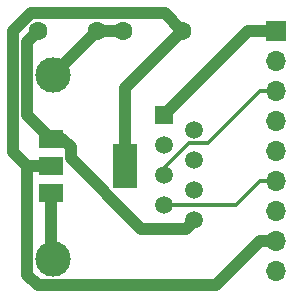
<source format=gbl>
G04 #@! TF.GenerationSoftware,KiCad,Pcbnew,7.0.1*
G04 #@! TF.CreationDate,2023-07-05T13:49:47-05:00*
G04 #@! TF.ProjectId,pn5180 cat5 connector with linear regulator,706e3531-3830-4206-9361-743520636f6e,rev?*
G04 #@! TF.SameCoordinates,Original*
G04 #@! TF.FileFunction,Copper,L2,Bot*
G04 #@! TF.FilePolarity,Positive*
%FSLAX46Y46*%
G04 Gerber Fmt 4.6, Leading zero omitted, Abs format (unit mm)*
G04 Created by KiCad (PCBNEW 7.0.1) date 2023-07-05 13:49:47*
%MOMM*%
%LPD*%
G01*
G04 APERTURE LIST*
G04 #@! TA.AperFunction,ComponentPad*
%ADD10C,1.600000*%
G04 #@! TD*
G04 #@! TA.AperFunction,ComponentPad*
%ADD11R,1.500000X1.500000*%
G04 #@! TD*
G04 #@! TA.AperFunction,ComponentPad*
%ADD12C,1.500000*%
G04 #@! TD*
G04 #@! TA.AperFunction,ComponentPad*
%ADD13C,3.000000*%
G04 #@! TD*
G04 #@! TA.AperFunction,ComponentPad*
%ADD14R,1.700000X1.700000*%
G04 #@! TD*
G04 #@! TA.AperFunction,ComponentPad*
%ADD15O,1.700000X1.700000*%
G04 #@! TD*
G04 #@! TA.AperFunction,SMDPad,CuDef*
%ADD16R,2.000000X1.500000*%
G04 #@! TD*
G04 #@! TA.AperFunction,SMDPad,CuDef*
%ADD17R,2.000000X3.800000*%
G04 #@! TD*
G04 #@! TA.AperFunction,Conductor*
%ADD18C,1.000000*%
G04 #@! TD*
G04 #@! TA.AperFunction,Conductor*
%ADD19C,0.375000*%
G04 #@! TD*
G04 APERTURE END LIST*
D10*
X135255000Y-78867000D03*
X140255000Y-78867000D03*
X147454000Y-78867000D03*
X142454000Y-78867000D03*
D11*
X145923000Y-85979000D03*
D12*
X148463000Y-87249000D03*
X145923000Y-88519000D03*
X148463000Y-89789000D03*
X145923000Y-91059000D03*
X148463000Y-92329000D03*
X145923000Y-93599000D03*
X148463000Y-94869000D03*
D13*
X136523000Y-82654000D03*
X136523000Y-98194000D03*
D14*
X155346000Y-78877000D03*
D15*
X155346000Y-81417000D03*
X155346000Y-83957000D03*
X155346000Y-86497000D03*
X155346000Y-89037000D03*
X155346000Y-91577000D03*
X155346000Y-94117000D03*
X155346000Y-96657000D03*
X155346000Y-99197000D03*
D16*
X136296000Y-92597000D03*
X136296000Y-90297000D03*
D17*
X142596000Y-90297000D03*
D16*
X136296000Y-87997000D03*
D18*
X137996000Y-89662000D02*
X137996000Y-88720000D01*
X134323000Y-79799000D02*
X135255000Y-78867000D01*
X148463000Y-94869000D02*
X147713000Y-95619000D01*
X137996000Y-88720000D02*
X137273000Y-87997000D01*
X134323000Y-86024000D02*
X134323000Y-79799000D01*
X136296000Y-87997000D02*
X134323000Y-86024000D01*
X143953000Y-95619000D02*
X137996000Y-89662000D01*
X137273000Y-87997000D02*
X136296000Y-87997000D01*
X147713000Y-95619000D02*
X143953000Y-95619000D01*
X136523000Y-82599000D02*
X140255000Y-78867000D01*
X136296000Y-92597000D02*
X136296000Y-97967000D01*
X155346000Y-78877000D02*
X153025000Y-78877000D01*
X142454000Y-78867000D02*
X140255000Y-78867000D01*
X153025000Y-78877000D02*
X145923000Y-85979000D01*
X136523000Y-82654000D02*
X136523000Y-82599000D01*
X136296000Y-97967000D02*
X136523000Y-98194000D01*
X150304000Y-100394000D02*
X135192000Y-100394000D01*
X134323000Y-90467000D02*
X134493000Y-90297000D01*
X134296000Y-90297000D02*
X136296000Y-90297000D01*
X133096000Y-89097000D02*
X134296000Y-90297000D01*
X154051000Y-96647000D02*
X154061000Y-96657000D01*
X134633679Y-77367000D02*
X133096000Y-78904679D01*
X133096000Y-78904679D02*
X133096000Y-89097000D01*
X142596000Y-90297000D02*
X142596000Y-83725000D01*
X154061000Y-96657000D02*
X155346000Y-96657000D01*
X145954000Y-77367000D02*
X134633679Y-77367000D01*
X142596000Y-83725000D02*
X147454000Y-78867000D01*
X134493000Y-90297000D02*
X136296000Y-90297000D01*
X134323000Y-99525000D02*
X134323000Y-90467000D01*
X147454000Y-78867000D02*
X145954000Y-77367000D01*
X135192000Y-100394000D02*
X134323000Y-99525000D01*
X154051000Y-96647000D02*
X150304000Y-100394000D01*
D19*
X154051000Y-83947000D02*
X154061000Y-83957000D01*
X147991832Y-88386500D02*
X149611500Y-88386500D01*
X149611500Y-88386500D02*
X154051000Y-83947000D01*
X145923000Y-90455332D02*
X147991832Y-88386500D01*
X154061000Y-83957000D02*
X155346000Y-83957000D01*
X145923000Y-91059000D02*
X145923000Y-90455332D01*
X152019000Y-93599000D02*
X154051000Y-91567000D01*
X145923000Y-93599000D02*
X152019000Y-93599000D01*
X154061000Y-91577000D02*
X155346000Y-91577000D01*
X154051000Y-91567000D02*
X154061000Y-91577000D01*
M02*

</source>
